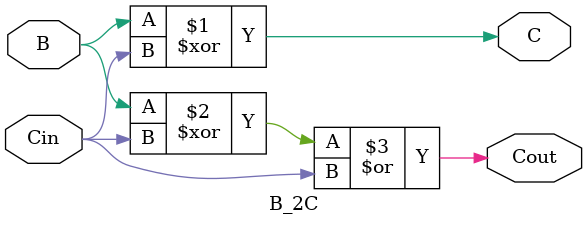
<source format=v>
`timescale 1ns / 1ps

module Subtractor(A, B,/*C,*/ Cin, S, Cout, Cout1);
input [7:0] A, B;
input Cin;
output[8:0] S;
output Cout;
output Cout1;
wire [8:0] C;
wire [7:0] t;
wire [7:0] u;

B_2C C1(.B(B[0]), .C(C[0]), .Cin(1'b0),     .Cout(u[0]));
B_2C C2(.B(B[1]), .C(C[1]), .Cin(u[0]),  .Cout(u[1]));
B_2C C3(.B(B[2]), .C(C[2]), .Cin(u[1]),  .Cout(u[2]));
B_2C C4(.B(B[3]), .C(C[3]), .Cin(u[2]),  .Cout(u[3]));
B_2C C5(.B(B[4]), .C(C[4]), .Cin(u[3]),  .Cout(u[4]));
B_2C C6(.B(B[5]), .C(C[5]), .Cin(u[4]),  .Cout(u[5]));
B_2C C7(.B(B[6]), .C(C[6]), .Cin(u[5]),  .Cout(u[6]));
B_2C C8(.B(B[7]), .C(C[7]), .Cin(u[6]),  .Cout(u[7]));
B_2C C9(.B(B[7]), .C(C[8]), .Cin(u[7]),  .Cout(Cout1));

FA_1bit FA0(.A(A[0]), .B(C[0]), .Cin(0),    .S(S[0]), .Cout(t[0]));
FA_1bit FA1(.A(A[1]), .B(C[1]), .Cin(t[0]), .S(S[1]), .Cout(t[1]));
FA_1bit FA2(.A(A[2]), .B(C[2]), .Cin(t[1]), .S(S[2]), .Cout(t[2]));
FA_1bit FA3(.A(A[3]), .B(C[3]), .Cin(t[2]), .S(S[3]), .Cout(t[3]));
FA_1bit FA4(.A(A[4]), .B(C[4]), .Cin(t[3]), .S(S[4]), .Cout(t[4]));
FA_1bit FA5(.A(A[5]), .B(C[5]), .Cin(t[4]), .S(S[5]), .Cout(t[5]));
FA_1bit FA6(.A(A[6]), .B(C[6]), .Cin(t[5]), .S(S[6]), .Cout(t[6]));
FA_1bit FA7(.A(A[7]), .B(C[7]), .Cin(t[6]), .S(S[7]), .Cout(t[7]));
FA_1bit FA8(.A(A[7]), .B(C[8]), .Cin(t[7]), .S(S[8]), .Cout(Cout));
 
 
endmodule

// ----------------- A 1-bit full adder ----------------------------- 
module FA_1bit(A, B, Cin, S, Cout);
input A, B, Cin;
output S, Cout;
assign S = Cin ^ A ^ B;
assign Cout = (A & B) | (Cin & B) | (Cin & A);
endmodule
// --------------complement------------------------------------------
module B_2C(B,C,Cin,Cout);
input B,Cin;
output C,Cout;
assign C=B^Cin;
assign Cout=(B^Cin)|Cin;
endmodule





</source>
